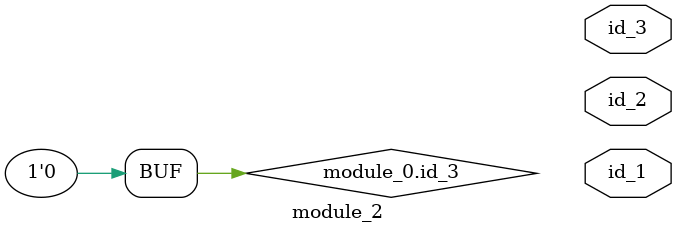
<source format=v>
module module_0 (
    id_1,
    id_2,
    id_3,
    id_4
);
  input wire id_4;
  inout wire id_3;
  output wire id_2;
  output wire id_1;
  assign id_3 = 1;
  wire id_5;
  module_2 modCall_1 (
      id_1,
      id_3,
      id_5
  );
endmodule
module module_1 (
    id_1,
    id_2,
    id_3
);
  inout wire id_3;
  inout wire id_2;
  output wire id_1;
  always id_2 <= ~1;
  integer id_4;
  module_0 modCall_1 (
      id_3,
      id_3,
      id_4,
      id_3
  );
  assign modCall_1.id_3 = 0;
endmodule
module module_2 (
    id_1,
    id_2,
    id_3
);
  output wire id_3;
  output wire id_2;
  output wire id_1;
  assign module_0.id_3 = 0;
endmodule

</source>
